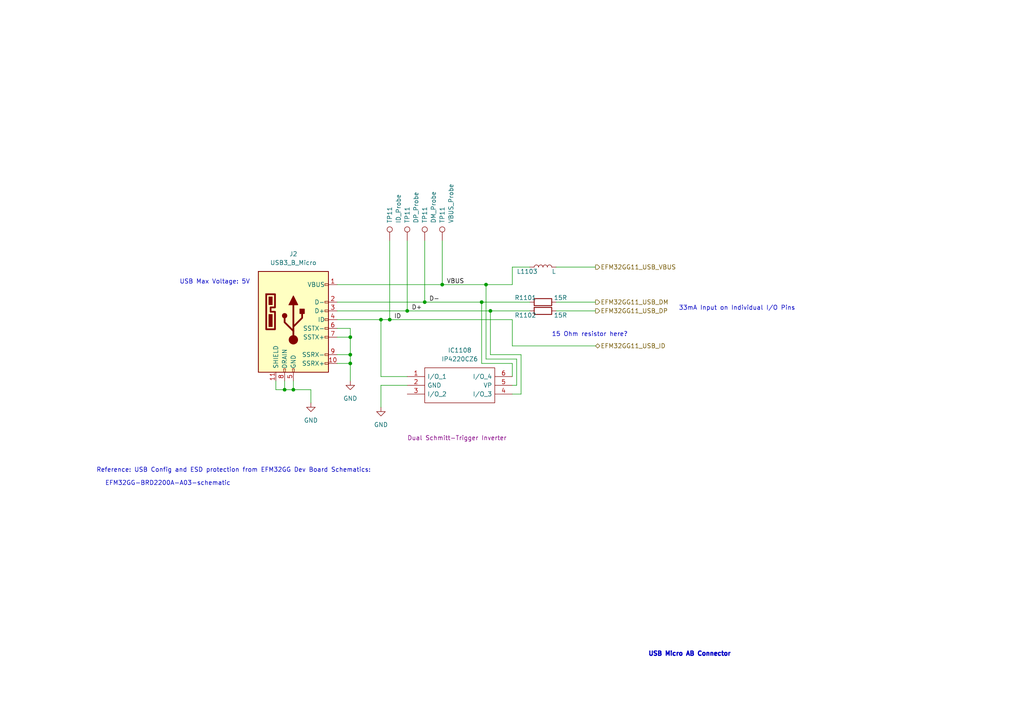
<source format=kicad_sch>
(kicad_sch (version 20230121) (generator eeschema)
  (paper "A4")
  (lib_symbols
    (symbol "Connector:TestPoint" (pin_numbers hide) (pin_names (offset 0.762) hide)
      (property "Reference" "TP" (at 0 6.858 0))
      (property "Value" "TestPoint" (at 0 5.08 0))
      (symbol "TestPoint_0_1"
        (circle (center 0 3.302) (radius 0.762))
      )
      (symbol "TestPoint_1_1"
        (pin passive line (at 0 0 90) (length 2.54) (name "1") (number "1"))
      )
    )
    (symbol "Connector:USB3_B_Micro" (pin_names (offset 1.016))
      (property "Reference" "J" (at -10.16 15.24 0))
      (property "Value" "USB3_B_Micro" (at 10.16 15.24 0))
      (symbol "USB3_B_Micro_0_0"
        (rectangle (start -2.794 -15.24) (end -2.286 -14.224))
        (rectangle (start -0.254 -15.24) (end 0.254 -14.224))
        (rectangle (start 10.16 -12.446) (end 9.144 -12.954))
        (rectangle (start 10.16 -9.906) (end 9.144 -10.414))
        (rectangle (start 10.16 -4.826) (end 9.144 -5.334))
        (rectangle (start 10.16 -2.286) (end 9.144 -2.794))
        (rectangle (start 10.16 0.254) (end 9.144 -0.254))
        (rectangle (start 10.16 2.794) (end 9.144 2.286))
        (rectangle (start 10.16 5.334) (end 9.144 4.826))
        (rectangle (start 10.16 10.414) (end 9.144 9.906))
      )
      (symbol "USB3_B_Micro_0_1"
        (rectangle (start -10.16 13.97) (end 10.16 -15.24) (stroke (width 0.254)) (fill (type background)))
        (rectangle (start -7.112 1.524) (end -6.096 -2.032) (fill (type outline)))
        (rectangle (start -7.112 6.604) (end -6.096 4.318) (fill (type outline)))
        (polyline (pts (xy -7.874 7.366) (xy -7.874 -2.794) (xy -5.334 -2.794) (xy -5.334 2.286) (xy -6.604 2.286) (xy -6.604 3.556) (xy -5.334 3.556) (xy -5.334 7.366) (xy -7.874 7.366)) (stroke (width 0.508)))
      )
      (symbol "USB3_B_Micro_1_1"
        (circle (center -2.54 1.143) (radius 0.635) (stroke (width 0.254)) (fill (type outline)))
        (circle (center 0 -5.842) (radius 1.27) (fill (type outline)))
        (polyline (pts (xy 0 -5.842) (xy 0 4.318)) (stroke (width 0.508)))
        (polyline (pts (xy 0 -3.302) (xy -2.54 -0.762) (xy -2.54 0.508)) (stroke (width 0.508)))
        (polyline (pts (xy 0 -2.032) (xy 2.54 0.508) (xy 2.54 1.778)) (stroke (width 0.508)))
        (polyline (pts (xy -1.27 4.318) (xy 0 6.858) (xy 1.27 4.318) (xy -1.27 4.318)) (stroke (width 0.254)) (fill (type outline)))
        (rectangle (start 1.905 1.778) (end 3.175 3.048) (stroke (width 0.254)) (fill (type outline)))
        (pin power_out line (at 12.7 10.16 180) (length 2.54) (name "VBUS") (number "1"))
        (pin input line (at 12.7 -12.7 180) (length 2.54) (name "SSRX+") (number "10"))
        (pin passive line (at -5.08 -17.78 90) (length 2.54) (name "SHIELD") (number "11"))
        (pin bidirectional line (at 12.7 5.08 180) (length 2.54) (name "D-") (number "2"))
        (pin bidirectional line (at 12.7 2.54 180) (length 2.54) (name "D+") (number "3"))
        (pin passive line (at 12.7 0 180) (length 2.54) (name "ID") (number "4"))
        (pin power_out line (at 0 -17.78 90) (length 2.54) (name "GND") (number "5"))
        (pin output line (at 12.7 -2.54 180) (length 2.54) (name "SSTX-") (number "6"))
        (pin output line (at 12.7 -5.08 180) (length 2.54) (name "SSTX+") (number "7"))
        (pin passive line (at -2.54 -17.78 90) (length 2.54) (name "DRAIN") (number "8"))
        (pin input line (at 12.7 -10.16 180) (length 2.54) (name "SSRX-") (number "9"))
      )
    )
    (symbol "Device:L" (pin_numbers hide) (pin_names (offset 1.016) hide)
      (property "Reference" "L" (at -1.27 0 90))
      (property "Value" "L" (at 1.905 0 90))
      (symbol "L_0_1"
        (arc (start 0 -2.54) (mid 0.6323 -1.905) (end 0 -1.27))
        (arc (start 0 -1.27) (mid 0.6323 -0.635) (end 0 0))
        (arc (start 0 0) (mid 0.6323 0.635) (end 0 1.27))
        (arc (start 0 1.27) (mid 0.6323 1.905) (end 0 2.54))
      )
      (symbol "L_1_1"
        (pin passive line (at 0 3.81 270) (length 1.27) (name "1") (number "1"))
        (pin passive line (at 0 -3.81 90) (length 1.27) (name "2") (number "2"))
      )
    )
    (symbol "Device:R" (pin_numbers hide) (pin_names (offset 0))
      (property "Reference" "R" (at 2.032 0 90))
      (property "Value" "R" (at 0 0 90))
      (symbol "R_0_1"
        (rectangle (start -1.016 -2.54) (end 1.016 2.54) (stroke (width 0.254)))
      )
      (symbol "R_1_1"
        (pin passive line (at 0 3.81 270) (length 1.27) (name "~") (number "1"))
        (pin passive line (at 0 -3.81 90) (length 1.27) (name "~") (number "2"))
      )
    )
    (symbol "IP4220CZ6:IP4220CZ6" (pin_names (offset 0.762))
      (property "Reference" "IC" (at 0 -7.62 0))
      (property "Value" "IP4220CZ6" (at 0 -10.16 0))
      (symbol "IP4220CZ6_0_0"
        (pin passive line (at 0 0 0) (length 5.08) (name "I/O_1") (number "1"))
        (pin passive line (at 0 -2.54 0) (length 5.08) (name "GND") (number "2"))
        (pin passive line (at 0 -5.08 0) (length 5.08) (name "I/O_2") (number "3"))
        (pin passive line (at 30.48 -5.08 180) (length 5.08) (name "I/O_3") (number "4"))
        (pin passive line (at 30.48 -2.54 180) (length 5.08) (name "VP") (number "5"))
        (pin passive line (at 30.48 0 180) (length 5.08) (name "I/O_4") (number "6"))
      )
      (symbol "IP4220CZ6_0_1"
        (polyline (pts (xy 5.08 2.54) (xy 25.4 2.54) (xy 25.4 -7.62) (xy 5.08 -7.62) (xy 5.08 2.54)) (stroke (width 0.1524)))
      )
    )
    (symbol "power:GND" (power) (pin_names (offset 0))
      (property "Value" "GND" (at 0 -3.81 0))
      (symbol "GND_0_1"
        (polyline (pts (xy 0 0) (xy 0 -1.27) (xy 1.27 -1.27) (xy 0 -2.54) (xy -1.27 -1.27) (xy 0 -1.27)))
      )
      (symbol "GND_1_1"
        (pin power_in line (at 0 0 270) (length 0) hide (name "GND") (number "1"))
      )
    )
  )
  (junction (at 128.27 82.55))
  (junction (at 123.19 87.63))
  (junction (at 101.6 105.41))
  (junction (at 140.97 82.55))
  (junction (at 101.6 97.79))
  (junction (at 142.24 90.17))
  (junction (at 118.11 90.17))
  (junction (at 101.6 102.87))
  (junction (at 110.49 92.71))
  (junction (at 82.55 113.03))
  (junction (at 139.7 87.63))
  (junction (at 85.09 113.03))
  (junction (at 113.03 92.71))
  (wire (pts (xy 113.03 92.71) (xy 148.59 92.71)))
  (wire (pts (xy 101.6 102.87) (xy 101.6 97.79)))
  (wire (pts (xy 148.59 92.71) (xy 148.59 100.33)))
  (wire (pts (xy 118.11 109.22) (xy 110.49 109.22)))
  (wire (pts (xy 148.59 109.22) (xy 148.59 105.41)))
  (wire (pts (xy 97.79 97.79) (xy 101.6 97.79)))
  (wire (pts (xy 151.13 114.3) (xy 151.13 102.87)))
  (wire (pts (xy 80.01 110.49) (xy 80.01 113.03)))
  (wire (pts (xy 140.97 82.55) (xy 148.59 82.55)))
  (wire (pts (xy 142.24 90.17) (xy 153.67 90.17)))
  (wire (pts (xy 128.27 69.85) (xy 128.27 82.55)))
  (wire (pts (xy 101.6 97.79) (xy 101.6 95.25)))
  (wire (pts (xy 101.6 95.25) (xy 97.79 95.25)))
  (wire (pts (xy 113.03 69.85) (xy 113.03 92.71)))
  (wire (pts (xy 97.79 102.87) (xy 101.6 102.87)))
  (wire (pts (xy 85.09 113.03) (xy 82.55 113.03)))
  (wire (pts (xy 90.17 116.84) (xy 90.17 113.03)))
  (wire (pts (xy 139.7 87.63) (xy 153.67 87.63)))
  (wire (pts (xy 140.97 82.55) (xy 140.97 104.14)))
  (wire (pts (xy 110.49 111.76) (xy 110.49 118.11)))
  (wire (pts (xy 97.79 92.71) (xy 110.49 92.71)))
  (wire (pts (xy 97.79 87.63) (xy 123.19 87.63)))
  (wire (pts (xy 148.59 105.41) (xy 139.7 105.41)))
  (wire (pts (xy 118.11 69.85) (xy 118.11 90.17)))
  (wire (pts (xy 149.86 104.14) (xy 140.97 104.14)))
  (wire (pts (xy 90.17 113.03) (xy 85.09 113.03)))
  (wire (pts (xy 142.24 90.17) (xy 142.24 102.87)))
  (wire (pts (xy 148.59 82.55) (xy 148.59 77.47)))
  (wire (pts (xy 161.29 87.63) (xy 172.72 87.63)))
  (wire (pts (xy 161.29 77.47) (xy 172.72 77.47)))
  (wire (pts (xy 97.79 90.17) (xy 118.11 90.17)))
  (wire (pts (xy 85.09 110.49) (xy 85.09 113.03)))
  (wire (pts (xy 123.19 69.85) (xy 123.19 87.63)))
  (wire (pts (xy 82.55 113.03) (xy 80.01 113.03)))
  (wire (pts (xy 148.59 111.76) (xy 149.86 111.76)))
  (wire (pts (xy 118.11 90.17) (xy 142.24 90.17)))
  (wire (pts (xy 118.11 111.76) (xy 110.49 111.76)))
  (wire (pts (xy 128.27 82.55) (xy 140.97 82.55)))
  (wire (pts (xy 161.29 90.17) (xy 172.72 90.17)))
  (wire (pts (xy 101.6 105.41) (xy 101.6 102.87)))
  (wire (pts (xy 151.13 102.87) (xy 142.24 102.87)))
  (wire (pts (xy 148.59 77.47) (xy 153.67 77.47)))
  (wire (pts (xy 97.79 82.55) (xy 128.27 82.55)))
  (wire (pts (xy 82.55 110.49) (xy 82.55 113.03)))
  (wire (pts (xy 148.59 114.3) (xy 151.13 114.3)))
  (wire (pts (xy 110.49 92.71) (xy 113.03 92.71)))
  (wire (pts (xy 148.59 100.33) (xy 172.72 100.33)))
  (wire (pts (xy 139.7 87.63) (xy 139.7 105.41)))
  (wire (pts (xy 110.49 109.22) (xy 110.49 92.71)))
  (wire (pts (xy 149.86 111.76) (xy 149.86 104.14)))
  (wire (pts (xy 97.79 105.41) (xy 101.6 105.41)))
  (wire (pts (xy 101.6 110.49) (xy 101.6 105.41)))
  (wire (pts (xy 123.19 87.63) (xy 139.7 87.63)))
  (text "EFM32GG-BRD2200A-A03-schematic" (at 30.48 140.97 0) (effects (font (size 1.27 1.27)) (justify left bottom)))
  (text "Reference: USB Config and ESD protection from EFM32GG Dev Board Schematics:" (at 27.94 137.16 0) (effects (font (size 1.27 1.27)) (justify left bottom)))
  (text "15 Ohm resistor here?\n" (at 160.02 97.79 0) (effects (font (size 1.27 1.27)) (justify left bottom)))
  (text "USB Max Voltage: 5V\n" (at 52.07 82.55 0) (effects (font (size 1.27 1.27)) (justify left bottom)))
  (text "USB Micro AB Connector\n" (at 187.96 190.5 0) (effects (font (size 1.27 1.27) (thickness 0.74) bold) (justify left bottom)))
  (text "33mA Input on Individual I/O Pins\n" (at 196.85 90.17 0) (effects (font (size 1.27 1.27)) (justify left bottom)))
  (label "D+" (at 119.38 90.17 0))
  (label "ID" (at 114.3 92.71 0))
  (label "D-" (at 124.46 87.63 0))
  (label "VBUS" (at 129.54 82.55 0))
  (hierarchical_label "EFM32GG11_USB_ID" (shape bidirectional) (at 172.72 100.33 0))
  (hierarchical_label "EFM32GG11_USB_DM" (shape output) (at 172.72 87.63 0))
  (hierarchical_label "EFM32GG11_USB_DP" (shape output) (at 172.72 90.17 0))
  (hierarchical_label "EFM32GG11_USB_VBUS" (shape output) (at 172.72 77.47 0))
  (symbol (lib_id "Device:R") (at 157.48 87.63 90) (mirror x) (unit 1)
    (property "Reference" "R1101" (at 152.4 86.36 90))
    (property "Value" "15R" (at 162.56 86.36 90))
  )
  (symbol (lib_id "Connector:TestPoint") (at 128.27 69.85 0) (unit 1)
    (property "Reference" "TP11" (at 128.27 64.77 90) (effects (justify left)))
    (property "Value" "VBUS_Probe" (at 130.81 64.77 90) (effects (justify left)))
    (instances (project "RayTracingPCB" (path "" (reference "TP11") (unit 1)) (path "" (reference "TPJ1107") (unit 1))))
  )
  (symbol (lib_id "Device:R") (at 157.48 90.17 270) (mirror x) (unit 1)
    (property "Reference" "R1102" (at 152.4 91.44 90))
    (property "Value" "15R" (at 162.56 91.44 90))
  )
  (symbol (lib_id "power:GND") (at 110.49 118.11 0) (unit 1)
    (property "Reference" "#PWR020" (effects hide))
    (property "Value" "GND" (at 110.49 123.19 0))
  )
  (symbol (lib_id "Device:L") (at 157.48 77.47 270) (mirror x) (unit 1)
    (property "Reference" "L1103" (at 149.86 78.74 90) (effects (justify left)))
    (property "Value" "L" (at 160.02 78.74 90) (effects (justify left)))
  )
  (symbol (lib_id "IP4220CZ6:IP4220CZ6") (at 118.11 109.22 0) (unit 1)
    (property "Reference" "IC1108" (at 133.35 101.6 0))
    (property "Value" "IP4220CZ6" (at 133.35 104.14 0))
    (property "Footprint" "IP4220CZ6" (effects hide))
    (property "Datasheet" "https://assets.nexperia.com/documents/data-sheet/IP4220CZ6.pdf" (effects hide))
    (property "Description" "Dual Schmitt-Trigger Inverter" (at 118.11 127 0) (effects (justify left)))
    (property "Height" "1.1" (effects hide))
    (property "Manufacturer_Name" "Nexperia" (effects hide))
    (property "Manufacturer_Part_Number" "IP4220CZ6" (effects hide))
    (property "Mouser Part Number" "N/A" (effects hide))
    (property "Mouser Price/Stock" "https://www.mouser.co.uk/ProductDetail/Nexperia/IP4220CZ6?qs=vHuUswq2%252Bsz%2FcpO1r84zKA%3D%3D" (effects hide))
  )
  (symbol (lib_id "Connector:TestPoint") (at 123.19 69.85 0) (unit 1)
    (property "Reference" "TP11" (at 123.19 64.77 90) (effects (justify left)))
    (property "Value" "DM_Probe" (at 125.73 64.77 90) (effects (justify left)))
    (instances (project "RayTracingPCB" (path "" (reference "TP11") (unit 1)) (path "" (reference "TPJ1106") (unit 1))))
  )
  (symbol (lib_id "Connector:USB3_B_Micro") (at 85.09 92.71 0) (unit 1)
    (property "Reference" "J2" (at 85.09 73.66 0))
    (property "Value" "USB3_B_Micro" (at 85.09 76.2 0))
    (instances (project "RayTracingPCB" (path "" (reference "J2") (unit 1)) (path "" (reference "P1100") (unit 1))))
  )
  (symbol (lib_id "Connector:TestPoint") (at 118.11 69.85 0) (unit 1)
    (property "Reference" "TP11" (at 118.11 64.77 90) (effects (justify left)))
    (property "Value" "DP_Probe" (at 120.65 64.77 90) (effects (justify left)))
    (instances (project "RayTracingPCB" (path "" (reference "TP11") (unit 1)) (path "" (reference "TPJ1105") (unit 1))))
  )
  (symbol (lib_id "power:GND") (at 90.17 116.84 0) (unit 1)
    (property "Reference" "#PWR018" (effects hide))
    (property "Value" "GND" (at 90.17 121.92 0))
  )
  (symbol (lib_id "power:GND") (at 101.6 110.49 0) (unit 1)
    (property "Reference" "#PWR019" (effects hide))
    (property "Value" "GND" (at 101.6 115.57 0))
  )
  (symbol (lib_id "Connector:TestPoint") (at 113.03 69.85 0) (unit 1)
    (property "Reference" "TP11" (at 113.03 64.77 90) (effects (justify left)))
    (property "Value" "ID_Probe" (at 115.57 64.77 90) (effects (justify left)))
    (instances (project "RayTracingPCB" (path "" (reference "TP11") (unit 1)) (path "" (reference "TPJ1104") (unit 1))))
  )
)
</source>
